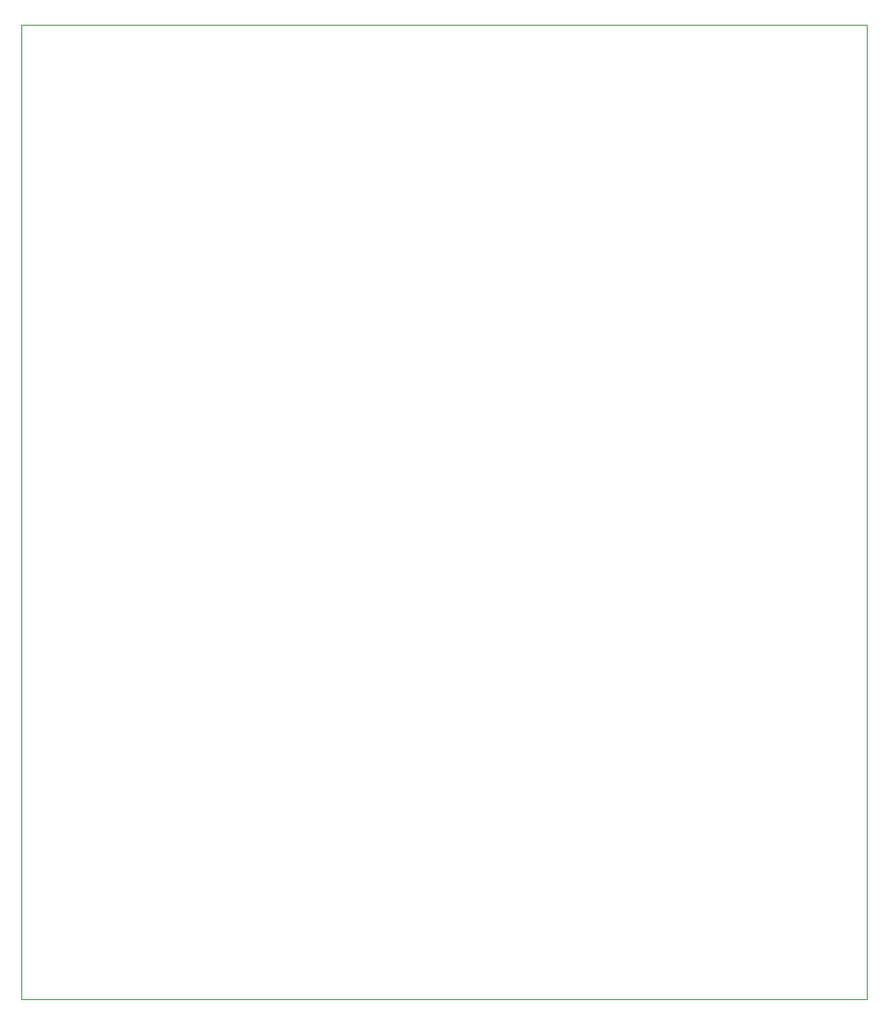
<source format=gm1>
%TF.GenerationSoftware,KiCad,Pcbnew,(6.0.1)*%
%TF.CreationDate,2022-10-11T13:34:11-04:00*%
%TF.ProjectId,SYNTH-MIDI-CTL-01,53594e54-482d-44d4-9944-492d43544c2d,1*%
%TF.SameCoordinates,Original*%
%TF.FileFunction,Profile,NP*%
%FSLAX46Y46*%
G04 Gerber Fmt 4.6, Leading zero omitted, Abs format (unit mm)*
G04 Created by KiCad (PCBNEW (6.0.1)) date 2022-10-11 13:34:11*
%MOMM*%
%LPD*%
G01*
G04 APERTURE LIST*
%TA.AperFunction,Profile*%
%ADD10C,0.100000*%
%TD*%
G04 APERTURE END LIST*
D10*
X86360000Y-22860000D02*
X170180000Y-22860000D01*
X170180000Y-22860000D02*
X170180000Y-119380000D01*
X170180000Y-119380000D02*
X86360000Y-119380000D01*
X86360000Y-119380000D02*
X86360000Y-22860000D01*
M02*

</source>
